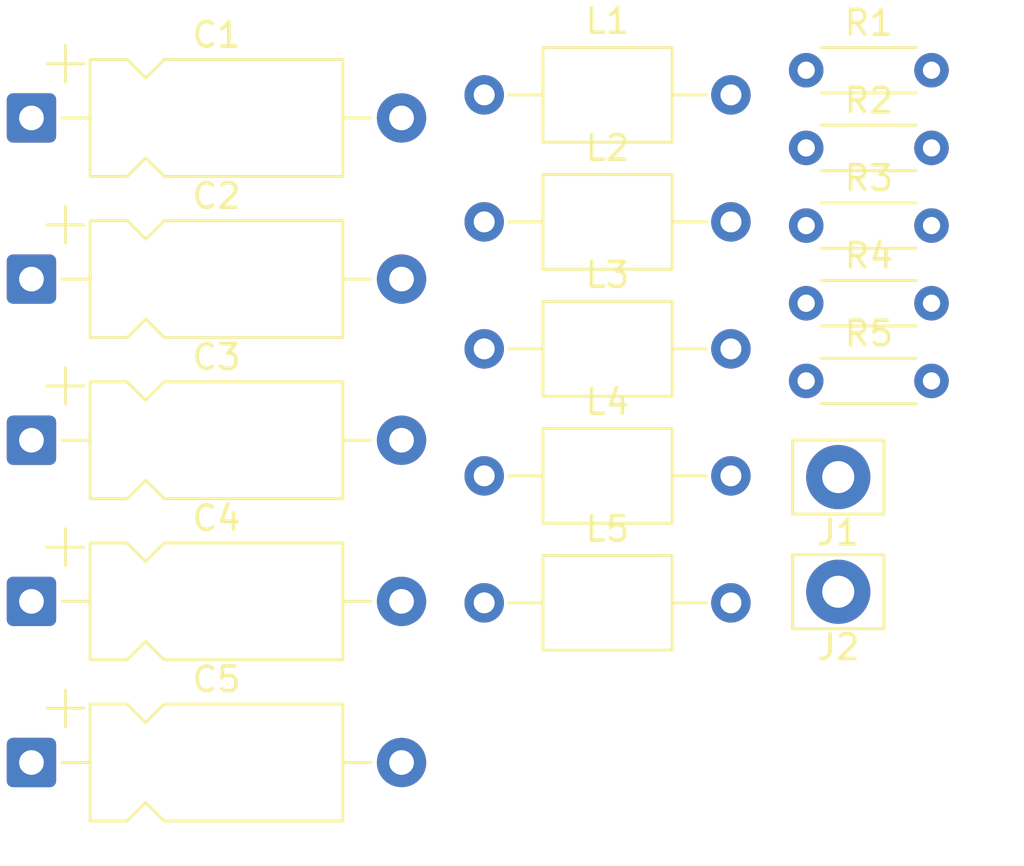
<source format=kicad_pcb>
(kicad_pcb (version 20241229) (generator "pcbnew") (generator_version "9.0")
  (layers (0 "F.Cu" signal) (2 "B.Cu" signal) (13 "F.Paste" user) (15 "B.Paste" user) (5 "F.SilkS" user "F.Silkscreen") (7 "B.SilkS" user "B.Silkscreen") (1 "F.Mask" user) (3 "B.Mask" user) (25 "Edge.Cuts" user))
  (net 0 "")
  (net 1 "GND")
  (net 2 "Net-(J2-Pin_1)")
  (net 3 "Net-(L1-Pad1)")
  (net 4 "Net-(L2-Pad1)")
  (net 5 "Net-(L3-Pad1)")
  (net 6 "Net-(L4-Pad1)")
  (net 7 "Net-(L5-Pad1)")
  (net 8 "Net-(J2-Pin_2)")
  (net 9 "Net-(J2-Pin_3)")
  (net 10 "Net-(J2-Pin_4)")
  (net 11 "Net-(J2-Pin_5)")
  (net 12 "Net-(J1-Pin_1)")
  (net 13 "Net-(J1-Pin_2)")
  (net 14 "Net-(J1-Pin_3)")
  (net 15 "Net-(J1-Pin_4)")
  (net 16 "Net-(J1-Pin_5)")
  (footprint "Resistor_THT:R_Axial_DIN0204_L3.6mm_D1.6mm_P5.08mm_Horizontal" (layer "F.Cu") (at 82.4 45.3375)
    (property "Reference" "R5" (at 2.54 -1.92 0) (layer "F.SilkS"))
    (property "Value" "100 Ω")
    (fp_line (start 0.62 -0.92) (end 4.46 -0.92) (stroke (width 0.12)) (layer "F.SilkS"))
    (fp_line (start 0.62 0.92) (end 4.46 0.92) (stroke (width 0.12)) (layer "F.SilkS"))
    (pad "1" thru_hole circle (at 0 0) (size 1.4 1.4) (drill 0.7) (layers "*.Cu" "*.Mask") (net 2 "Net-(J2-Pin_1)"))
    (pad "2" thru_hole circle (at 5.08 0) (size 1.4 1.4) (drill 0.7) (layers "*.Cu" "*.Mask") (net 7 "Net-(L5-Pad1)"))
  )
  (footprint "Capacitor_THT:CP_Axial_L10.0mm_D4.5mm_P15.00mm_Horizontal" (layer "F.Cu") (at 51 60.8125)
    (property "Reference" "C5" (at 7.5 -3.37 0) (layer "F.SilkS"))
    (property "Value" "10 pF")
    (fp_line (start 0.63 -2.2) (end 2.13 -2.2) (stroke (width 0.12)) (layer "F.SilkS"))
    (fp_line (start 1.24 0) (end 2.38 0) (stroke (width 0.12)) (layer "F.SilkS"))
    (fp_line (start 1.38 -2.95) (end 1.38 -1.45) (stroke (width 0.12)) (layer "F.SilkS"))
    (fp_line (start 2.38 -2.37) (end 2.38 2.37) (stroke (width 0.12)) (layer "F.SilkS"))
    (fp_line (start 2.38 -2.37) (end 3.88 -2.37) (stroke (width 0.12)) (layer "F.SilkS"))
    (fp_line (start 2.38 2.37) (end 3.88 2.37) (stroke (width 0.12)) (layer "F.SilkS"))
    (fp_line (start 3.88 -2.37) (end 4.63 -1.62) (stroke (width 0.12)) (layer "F.SilkS"))
    (fp_line (start 3.88 2.37) (end 4.63 1.62) (stroke (width 0.12)) (layer "F.SilkS"))
    (fp_line (start 4.63 -1.62) (end 5.38 -2.37) (stroke (width 0.12)) (layer "F.SilkS"))
    (fp_line (start 4.63 1.62) (end 5.38 2.37) (stroke (width 0.12)) (layer "F.SilkS"))
    (fp_line (start 5.38 -2.37) (end 12.62 -2.37) (stroke (width 0.12)) (layer "F.SilkS"))
    (fp_line (start 5.38 2.37) (end 12.62 2.37) (stroke (width 0.12)) (layer "F.SilkS"))
    (fp_line (start 12.62 -2.37) (end 12.62 2.37) (stroke (width 0.12)) (layer "F.SilkS"))
    (fp_line (start 13.76 0) (end 12.62 0) (stroke (width 0.12)) (layer "F.SilkS"))
    (pad "1" thru_hole roundrect (at 0 0) (size 2 2) (drill 1) (layers "*.Cu" "*.Mask") (roundrect_rratio 0.125) (net 16 "Net-(J1-Pin_5)"))
    (pad "2" thru_hole circle (at 15 0) (size 2 2) (drill 1) (layers "*.Cu" "*.Mask") (net 1 "GND"))
  )
  (footprint "Inductor_THT:L_Axial_L5.0mm_D3.6mm_P10.00mm_Horizontal_Murata_BL01RN1A2A2" (layer "F.Cu") (at 69.35 54.3375)
    (property "Reference" "L5" (at 5 -3 0) (layer "F.SilkS"))
    (property "Value" "56 μH")
    (fp_line (start 1 0) (end 2.38 0) (stroke (width 0.12)) (layer "F.SilkS"))
    (fp_line (start 2.38 -1.92) (end 2.38 1.92) (stroke (width 0.12)) (layer "F.SilkS"))
    (fp_line (start 2.38 1.92) (end 7.62 1.92) (stroke (width 0.12)) (layer "F.SilkS"))
    (fp_line (start 7.62 -1.92) (end 2.38 -1.92) (stroke (width 0.12)) (layer "F.SilkS"))
    (fp_line (start 7.62 1.92) (end 7.62 -1.92) (stroke (width 0.12)) (layer "F.SilkS"))
    (fp_line (start 9 0) (end 7.62 0) (stroke (width 0.12)) (layer "F.SilkS"))
    (pad "1" thru_hole circle (at 0 0) (size 1.6 1.6) (drill 0.85) (layers "*.Cu" "*.Mask") (net 7 "Net-(L5-Pad1)"))
    (pad "2" thru_hole oval (at 10 0) (size 1.6 1.6) (drill 0.85) (layers "*.Cu" "*.Mask") (net 16 "Net-(J1-Pin_5)"))
  )
  (footprint "Capacitor_THT:CP_Axial_L10.0mm_D4.5mm_P15.00mm_Horizontal" (layer "F.Cu") (at 51 47.7425)
    (property "Reference" "C3" (at 7.5 -3.37 0) (layer "F.SilkS"))
    (property "Value" "10 pF")
    (fp_line (start 0.63 -2.2) (end 2.13 -2.2) (stroke (width 0.12)) (layer "F.SilkS"))
    (fp_line (start 1.24 0) (end 2.38 0) (stroke (width 0.12)) (layer "F.SilkS"))
    (fp_line (start 1.38 -2.95) (end 1.38 -1.45) (stroke (width 0.12)) (layer "F.SilkS"))
    (fp_line (start 2.38 -2.37) (end 2.38 2.37) (stroke (width 0.12)) (layer "F.SilkS"))
    (fp_line (start 2.38 -2.37) (end 3.88 -2.37) (stroke (width 0.12)) (layer "F.SilkS"))
    (fp_line (start 2.38 2.37) (end 3.88 2.37) (stroke (width 0.12)) (layer "F.SilkS"))
    (fp_line (start 3.88 -2.37) (end 4.63 -1.62) (stroke (width 0.12)) (layer "F.SilkS"))
    (fp_line (start 3.88 2.37) (end 4.63 1.62) (stroke (width 0.12)) (layer "F.SilkS"))
    (fp_line (start 4.63 -1.62) (end 5.38 -2.37) (stroke (width 0.12)) (layer "F.SilkS"))
    (fp_line (start 4.63 1.62) (end 5.38 2.37) (stroke (width 0.12)) (layer "F.SilkS"))
    (fp_line (start 5.38 -2.37) (end 12.62 -2.37) (stroke (width 0.12)) (layer "F.SilkS"))
    (fp_line (start 5.38 2.37) (end 12.62 2.37) (stroke (width 0.12)) (layer "F.SilkS"))
    (fp_line (start 12.62 -2.37) (end 12.62 2.37) (stroke (width 0.12)) (layer "F.SilkS"))
    (fp_line (start 13.76 0) (end 12.62 0) (stroke (width 0.12)) (layer "F.SilkS"))
    (pad "1" thru_hole roundrect (at 0 0) (size 2 2) (drill 1) (layers "*.Cu" "*.Mask") (roundrect_rratio 0.125) (net 14 "Net-(J1-Pin_3)"))
    (pad "2" thru_hole circle (at 15 0) (size 2 2) (drill 1) (layers "*.Cu" "*.Mask") (net 1 "GND"))
  )
  (footprint "Resistor_THT:R_Axial_DIN0204_L3.6mm_D1.6mm_P5.08mm_Horizontal" (layer "F.Cu") (at 82.4 39.0375)
    (property "Reference" "R3" (at 2.54 -1.92 0) (layer "F.SilkS"))
    (property "Value" "100 Ω")
    (fp_line (start 0.62 -0.92) (end 4.46 -0.92) (stroke (width 0.12)) (layer "F.SilkS"))
    (fp_line (start 0.62 0.92) (end 4.46 0.92) (stroke (width 0.12)) (layer "F.SilkS"))
    (pad "1" thru_hole circle (at 0 0) (size 1.4 1.4) (drill 0.7) (layers "*.Cu" "*.Mask") (net 9 "Net-(J2-Pin_3)"))
    (pad "2" thru_hole circle (at 5.08 0) (size 1.4 1.4) (drill 0.7) (layers "*.Cu" "*.Mask") (net 5 "Net-(L3-Pad1)"))
  )
  (footprint "Connector_Pin:Pin_D1.3mm_L10.0mm_W3.5mm_Flat" (layer "F.Cu") (at 83.7 53.8875)
    (property "Reference" "J2" (at 0 2.25 0) (layer "F.SilkS"))
    (property "Value" "Conn_01x05_Socket")
    (fp_line (start -1.85 -1.5) (end -1.85 1.5) (stroke (width 0.12)) (layer "F.SilkS"))
    (fp_line (start -1.85 -1.5) (end 1.85 -1.5) (stroke (width 0.12)) (layer "F.SilkS"))
    (fp_line (start 1.85 -1.5) (end 1.85 1.5) (stroke (width 0.12)) (layer "F.SilkS"))
    (fp_line (start 1.85 1.5) (end -1.85 1.5) (stroke (width 0.12)) (layer "F.SilkS"))
    (pad "1" thru_hole circle (at 0 0) (size 2.6 2.6) (drill 1.3) (layers "*.Cu" "*.Mask") (net 2 "Net-(J2-Pin_1)"))
  )
  (footprint "Inductor_THT:L_Axial_L5.0mm_D3.6mm_P10.00mm_Horizontal_Murata_BL01RN1A2A2" (layer "F.Cu") (at 69.35 44.0375)
    (property "Reference" "L3" (at 5 -3 0) (layer "F.SilkS"))
    (property "Value" "56 μH")
    (fp_line (start 1 0) (end 2.38 0) (stroke (width 0.12)) (layer "F.SilkS"))
    (fp_line (start 2.38 -1.92) (end 2.38 1.92) (stroke (width 0.12)) (layer "F.SilkS"))
    (fp_line (start 2.38 1.92) (end 7.62 1.92) (stroke (width 0.12)) (layer "F.SilkS"))
    (fp_line (start 7.62 -1.92) (end 2.38 -1.92) (stroke (width 0.12)) (layer "F.SilkS"))
    (fp_line (start 7.62 1.92) (end 7.62 -1.92) (stroke (width 0.12)) (layer "F.SilkS"))
    (fp_line (start 9 0) (end 7.62 0) (stroke (width 0.12)) (layer "F.SilkS"))
    (pad "1" thru_hole circle (at 0 0) (size 1.6 1.6) (drill 0.85) (layers "*.Cu" "*.Mask") (net 5 "Net-(L3-Pad1)"))
    (pad "2" thru_hole oval (at 10 0) (size 1.6 1.6) (drill 0.85) (layers "*.Cu" "*.Mask") (net 14 "Net-(J1-Pin_3)"))
  )
  (footprint "Capacitor_THT:CP_Axial_L10.0mm_D4.5mm_P15.00mm_Horizontal" (layer "F.Cu") (at 51 54.2775)
    (property "Reference" "C4" (at 7.5 -3.37 0) (layer "F.SilkS"))
    (property "Value" "10 pF")
    (fp_line (start 0.63 -2.2) (end 2.13 -2.2) (stroke (width 0.12)) (layer "F.SilkS"))
    (fp_line (start 1.24 0) (end 2.38 0) (stroke (width 0.12)) (layer "F.SilkS"))
    (fp_line (start 1.38 -2.95) (end 1.38 -1.45) (stroke (width 0.12)) (layer "F.SilkS"))
    (fp_line (start 2.38 -2.37) (end 2.38 2.37) (stroke (width 0.12)) (layer "F.SilkS"))
    (fp_line (start 2.38 -2.37) (end 3.88 -2.37) (stroke (width 0.12)) (layer "F.SilkS"))
    (fp_line (start 2.38 2.37) (end 3.88 2.37) (stroke (width 0.12)) (layer "F.SilkS"))
    (fp_line (start 3.88 -2.37) (end 4.63 -1.62) (stroke (width 0.12)) (layer "F.SilkS"))
    (fp_line (start 3.88 2.37) (end 4.63 1.62) (stroke (width 0.12)) (layer "F.SilkS"))
    (fp_line (start 4.63 -1.62) (end 5.38 -2.37) (stroke (width 0.12)) (layer "F.SilkS"))
    (fp_line (start 4.63 1.62) (end 5.38 2.37) (stroke (width 0.12)) (layer "F.SilkS"))
    (fp_line (start 5.38 -2.37) (end 12.62 -2.37) (stroke (width 0.12)) (layer "F.SilkS"))
    (fp_line (start 5.38 2.37) (end 12.62 2.37) (stroke (width 0.12)) (layer "F.SilkS"))
    (fp_line (start 12.62 -2.37) (end 12.62 2.37) (stroke (width 0.12)) (layer "F.SilkS"))
    (fp_line (start 13.76 0) (end 12.62 0) (stroke (width 0.12)) (layer "F.SilkS"))
    (pad "1" thru_hole roundrect (at 0 0) (size 2 2) (drill 1) (layers "*.Cu" "*.Mask") (roundrect_rratio 0.125) (net 15 "Net-(J1-Pin_4)"))
    (pad "2" thru_hole circle (at 15 0) (size 2 2) (drill 1) (layers "*.Cu" "*.Mask") (net 1 "GND"))
  )
  (footprint "Resistor_THT:R_Axial_DIN0204_L3.6mm_D1.6mm_P5.08mm_Horizontal" (layer "F.Cu") (at 82.4 42.1875)
    (property "Reference" "R4" (at 2.54 -1.92 0) (layer "F.SilkS"))
    (property "Value" "100 Ω")
    (fp_line (start 0.62 -0.92) (end 4.46 -0.92) (stroke (width 0.12)) (layer "F.SilkS"))
    (fp_line (start 0.62 0.92) (end 4.46 0.92) (stroke (width 0.12)) (layer "F.SilkS"))
    (pad "1" thru_hole circle (at 0 0) (size 1.4 1.4) (drill 0.7) (layers "*.Cu" "*.Mask") (net 8 "Net-(J2-Pin_2)"))
    (pad "2" thru_hole circle (at 5.08 0) (size 1.4 1.4) (drill 0.7) (layers "*.Cu" "*.Mask") (net 6 "Net-(L4-Pad1)"))
  )
  (footprint "Capacitor_THT:CP_Axial_L10.0mm_D4.5mm_P15.00mm_Horizontal" (layer "F.Cu") (at 51 34.6725)
    (property "Reference" "C1" (at 7.5 -3.37 0) (layer "F.SilkS"))
    (property "Value" "10 pF")
    (fp_line (start 0.63 -2.2) (end 2.13 -2.2) (stroke (width 0.12)) (layer "F.SilkS"))
    (fp_line (start 1.24 0) (end 2.38 0) (stroke (width 0.12)) (layer "F.SilkS"))
    (fp_line (start 1.38 -2.95) (end 1.38 -1.45) (stroke (width 0.12)) (layer "F.SilkS"))
    (fp_line (start 2.38 -2.37) (end 2.38 2.37) (stroke (width 0.12)) (layer "F.SilkS"))
    (fp_line (start 2.38 -2.37) (end 3.88 -2.37) (stroke (width 0.12)) (layer "F.SilkS"))
    (fp_line (start 2.38 2.37) (end 3.88 2.37) (stroke (width 0.12)) (layer "F.SilkS"))
    (fp_line (start 3.88 -2.37) (end 4.63 -1.62) (stroke (width 0.12)) (layer "F.SilkS"))
    (fp_line (start 3.88 2.37) (end 4.63 1.62) (stroke (width 0.12)) (layer "F.SilkS"))
    (fp_line (start 4.63 -1.62) (end 5.38 -2.37) (stroke (width 0.12)) (layer "F.SilkS"))
    (fp_line (start 4.63 1.62) (end 5.38 2.37) (stroke (width 0.12)) (layer "F.SilkS"))
    (fp_line (start 5.38 -2.37) (end 12.62 -2.37) (stroke (width 0.12)) (layer "F.SilkS"))
    (fp_line (start 5.38 2.37) (end 12.62 2.37) (stroke (width 0.12)) (layer "F.SilkS"))
    (fp_line (start 12.62 -2.37) (end 12.62 2.37) (stroke (width 0.12)) (layer "F.SilkS"))
    (fp_line (start 13.76 0) (end 12.62 0) (stroke (width 0.12)) (layer "F.SilkS"))
    (pad "1" thru_hole roundrect (at 0 0) (size 2 2) (drill 1) (layers "*.Cu" "*.Mask") (roundrect_rratio 0.125) (net 12 "Net-(J1-Pin_1)"))
    (pad "2" thru_hole circle (at 15 0) (size 2 2) (drill 1) (layers "*.Cu" "*.Mask") (net 1 "GND"))
  )
  (footprint "Connector_Pin:Pin_D1.3mm_L10.0mm_W3.5mm_Flat" (layer "F.Cu") (at 83.7 49.2375)
    (property "Reference" "J1" (at 0 2.25 0) (layer "F.SilkS"))
    (property "Value" "Conn_01x05_Socket")
    (fp_line (start -1.85 -1.5) (end -1.85 1.5) (stroke (width 0.12)) (layer "F.SilkS"))
    (fp_line (start -1.85 -1.5) (end 1.85 -1.5) (stroke (width 0.12)) (layer "F.SilkS"))
    (fp_line (start 1.85 -1.5) (end 1.85 1.5) (stroke (width 0.12)) (layer "F.SilkS"))
    (fp_line (start 1.85 1.5) (end -1.85 1.5) (stroke (width 0.12)) (layer "F.SilkS"))
    (pad "1" thru_hole circle (at 0 0) (size 2.6 2.6) (drill 1.3) (layers "*.Cu" "*.Mask") (net 12 "Net-(J1-Pin_1)"))
  )
  (footprint "Inductor_THT:L_Axial_L5.0mm_D3.6mm_P10.00mm_Horizontal_Murata_BL01RN1A2A2" (layer "F.Cu") (at 69.35 49.1875)
    (property "Reference" "L4" (at 5 -3 0) (layer "F.SilkS"))
    (property "Value" "56 μH")
    (fp_line (start 1 0) (end 2.38 0) (stroke (width 0.12)) (layer "F.SilkS"))
    (fp_line (start 2.38 -1.92) (end 2.38 1.92) (stroke (width 0.12)) (layer "F.SilkS"))
    (fp_line (start 2.38 1.92) (end 7.62 1.92) (stroke (width 0.12)) (layer "F.SilkS"))
    (fp_line (start 7.62 -1.92) (end 2.38 -1.92) (stroke (width 0.12)) (layer "F.SilkS"))
    (fp_line (start 7.62 1.92) (end 7.62 -1.92) (stroke (width 0.12)) (layer "F.SilkS"))
    (fp_line (start 9 0) (end 7.62 0) (stroke (width 0.12)) (layer "F.SilkS"))
    (pad "1" thru_hole circle (at 0 0) (size 1.6 1.6) (drill 0.85) (layers "*.Cu" "*.Mask") (net 6 "Net-(L4-Pad1)"))
    (pad "2" thru_hole oval (at 10 0) (size 1.6 1.6) (drill 0.85) (layers "*.Cu" "*.Mask") (net 15 "Net-(J1-Pin_4)"))
  )
  (footprint "Resistor_THT:R_Axial_DIN0204_L3.6mm_D1.6mm_P5.08mm_Horizontal" (layer "F.Cu") (at 82.4 32.7375)
    (property "Reference" "R1" (at 2.54 -1.92 0) (layer "F.SilkS"))
    (property "Value" "100 Ω")
    (fp_line (start 0.62 -0.92) (end 4.46 -0.92) (stroke (width 0.12)) (layer "F.SilkS"))
    (fp_line (start 0.62 0.92) (end 4.46 0.92) (stroke (width 0.12)) (layer "F.SilkS"))
    (pad "1" thru_hole circle (at 0 0) (size 1.4 1.4) (drill 0.7) (layers "*.Cu" "*.Mask") (net 11 "Net-(J2-Pin_5)"))
    (pad "2" thru_hole circle (at 5.08 0) (size 1.4 1.4) (drill 0.7) (layers "*.Cu" "*.Mask") (net 3 "Net-(L1-Pad1)"))
  )
  (footprint "Capacitor_THT:CP_Axial_L10.0mm_D4.5mm_P15.00mm_Horizontal" (layer "F.Cu") (at 51 41.2075)
    (property "Reference" "C2" (at 7.5 -3.37 0) (layer "F.SilkS"))
    (property "Value" "10 pF")
    (fp_line (start 0.63 -2.2) (end 2.13 -2.2) (stroke (width 0.12)) (layer "F.SilkS"))
    (fp_line (start 1.24 0) (end 2.38 0) (stroke (width 0.12)) (layer "F.SilkS"))
    (fp_line (start 1.38 -2.95) (end 1.38 -1.45) (stroke (width 0.12)) (layer "F.SilkS"))
    (fp_line (start 2.38 -2.37) (end 2.38 2.37) (stroke (width 0.12)) (layer "F.SilkS"))
    (fp_line (start 2.38 -2.37) (end 3.88 -2.37) (stroke (width 0.12)) (layer "F.SilkS"))
    (fp_line (start 2.38 2.37) (end 3.88 2.37) (stroke (width 0.12)) (layer "F.SilkS"))
    (fp_line (start 3.88 -2.37) (end 4.63 -1.62) (stroke (width 0.12)) (layer "F.SilkS"))
    (fp_line (start 3.88 2.37) (end 4.63 1.62) (stroke (width 0.12)) (layer "F.SilkS"))
    (fp_line (start 4.63 -1.62) (end 5.38 -2.37) (stroke (width 0.12)) (layer "F.SilkS"))
    (fp_line (start 4.63 1.62) (end 5.38 2.37) (stroke (width 0.12)) (layer "F.SilkS"))
    (fp_line (start 5.38 -2.37) (end 12.62 -2.37) (stroke (width 0.12)) (layer "F.SilkS"))
    (fp_line (start 5.38 2.37) (end 12.62 2.37) (stroke (width 0.12)) (layer "F.SilkS"))
    (fp_line (start 12.62 -2.37) (end 12.62 2.37) (stroke (width 0.12)) (layer "F.SilkS"))
    (fp_line (start 13.76 0) (end 12.62 0) (stroke (width 0.12)) (layer "F.SilkS"))
    (pad "1" thru_hole roundrect (at 0 0) (size 2 2) (drill 1) (layers "*.Cu" "*.Mask") (roundrect_rratio 0.125) (net 13 "Net-(J1-Pin_2)"))
    (pad "2" thru_hole circle (at 15 0) (size 2 2) (drill 1) (layers "*.Cu" "*.Mask") (net 1 "GND"))
  )
  (footprint "Inductor_THT:L_Axial_L5.0mm_D3.6mm_P10.00mm_Horizontal_Murata_BL01RN1A2A2" (layer "F.Cu") (at 69.35 33.7375)
    (property "Reference" "L1" (at 5 -3 0) (layer "F.SilkS"))
    (property "Value" "56 μH")
    (fp_line (start 1 0) (end 2.38 0) (stroke (width 0.12)) (layer "F.SilkS"))
    (fp_line (start 2.38 -1.92) (end 2.38 1.92) (stroke (width 0.12)) (layer "F.SilkS"))
    (fp_line (start 2.38 1.92) (end 7.62 1.92) (stroke (width 0.12)) (layer "F.SilkS"))
    (fp_line (start 7.62 -1.92) (end 2.38 -1.92) (stroke (width 0.12)) (layer "F.SilkS"))
    (fp_line (start 7.62 1.92) (end 7.62 -1.92) (stroke (width 0.12)) (layer "F.SilkS"))
    (fp_line (start 9 0) (end 7.62 0) (stroke (width 0.12)) (layer "F.SilkS"))
    (pad "1" thru_hole circle (at 0 0) (size 1.6 1.6) (drill 0.85) (layers "*.Cu" "*.Mask") (net 3 "Net-(L1-Pad1)"))
    (pad "2" thru_hole oval (at 10 0) (size 1.6 1.6) (drill 0.85) (layers "*.Cu" "*.Mask") (net 12 "Net-(J1-Pin_1)"))
  )
  (footprint "Inductor_THT:L_Axial_L5.0mm_D3.6mm_P10.00mm_Horizontal_Murata_BL01RN1A2A2" (layer "F.Cu") (at 69.35 38.8875)
    (property "Reference" "L2" (at 5 -3 0) (layer "F.SilkS"))
    (property "Value" "56 μH")
    (fp_line (start 1 0) (end 2.38 0) (stroke (width 0.12)) (layer "F.SilkS"))
    (fp_line (start 2.38 -1.92) (end 2.38 1.92) (stroke (width 0.12)) (layer "F.SilkS"))
    (fp_line (start 2.38 1.92) (end 7.62 1.92) (stroke (width 0.12)) (layer "F.SilkS"))
    (fp_line (start 7.62 -1.92) (end 2.38 -1.92) (stroke (width 0.12)) (layer "F.SilkS"))
    (fp_line (start 7.62 1.92) (end 7.62 -1.92) (stroke (width 0.12)) (layer "F.SilkS"))
    (fp_line (start 9 0) (end 7.62 0) (stroke (width 0.12)) (layer "F.SilkS"))
    (pad "1" thru_hole circle (at 0 0) (size 1.6 1.6) (drill 0.85) (layers "*.Cu" "*.Mask") (net 4 "Net-(L2-Pad1)"))
    (pad "2" thru_hole oval (at 10 0) (size 1.6 1.6) (drill 0.85) (layers "*.Cu" "*.Mask") (net 13 "Net-(J1-Pin_2)"))
  )
  (footprint "Resistor_THT:R_Axial_DIN0204_L3.6mm_D1.6mm_P5.08mm_Horizontal" (layer "F.Cu") (at 82.4 35.8875)
    (property "Reference" "R2" (at 2.54 -1.92 0) (layer "F.SilkS"))
    (property "Value" "100 Ω")
    (fp_line (start 0.62 -0.92) (end 4.46 -0.92) (stroke (width 0.12)) (layer "F.SilkS"))
    (fp_line (start 0.62 0.92) (end 4.46 0.92) (stroke (width 0.12)) (layer "F.SilkS"))
    (pad "1" thru_hole circle (at 0 0) (size 1.4 1.4) (drill 0.7) (layers "*.Cu" "*.Mask") (net 10 "Net-(J2-Pin_4)"))
    (pad "2" thru_hole circle (at 5.08 0) (size 1.4 1.4) (drill 0.7) (layers "*.Cu" "*.Mask") (net 4 "Net-(L2-Pad1)"))
  )
)
</source>
